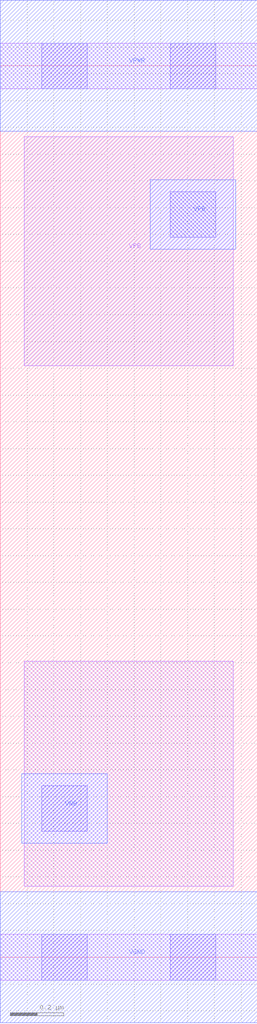
<source format=lef>
# Copyright 2020 The SkyWater PDK Authors
#
# Licensed under the Apache License, Version 2.0 (the "License");
# you may not use this file except in compliance with the License.
# You may obtain a copy of the License at
#
#     https://www.apache.org/licenses/LICENSE-2.0
#
# Unless required by applicable law or agreed to in writing, software
# distributed under the License is distributed on an "AS IS" BASIS,
# WITHOUT WARRANTIES OR CONDITIONS OF ANY KIND, either express or implied.
# See the License for the specific language governing permissions and
# limitations under the License.
#
# SPDX-License-Identifier: Apache-2.0

VERSION 5.7 ;
  NAMESCASESENSITIVE ON ;
  NOWIREEXTENSIONATPIN ON ;
  DIVIDERCHAR "/" ;
  BUSBITCHARS "[]" ;
UNITS
  DATABASE MICRONS 200 ;
END UNITS
MACRO sky130_fd_sc_ls__tapmet1_2
  CLASS CORE ;
  SOURCE USER ;
  FOREIGN sky130_fd_sc_ls__tapmet1_2 ;
  ORIGIN  0.000000  0.000000 ;
  SIZE  0.960000 BY  3.330000 ;
  SYMMETRY X Y ;
  SITE unit ;
  PIN VNB
    ANTENNADIFFAREA  0.536250 ;
    PORT
      LAYER met1 ;
        RECT 0.080000 0.425000 0.400000 0.685000 ;
    END
  END VNB
  PIN VPB
    ANTENNADIFFAREA  0.546000 ;
    PORT
      LAYER li1 ;
        RECT 0.090000 2.210000 0.870000 3.065000 ;
      LAYER mcon ;
        RECT 0.635000 2.690000 0.805000 2.860000 ;
    END
    PORT
      LAYER met1 ;
        RECT 0.560000 2.645000 0.880000 2.905000 ;
    END
  END VPB
  PIN VGND
    DIRECTION INOUT ;
    SHAPE ABUTMENT ;
    USE GROUND ;
    PORT
      LAYER met1 ;
        RECT 0.000000 -0.245000 0.960000 0.245000 ;
    END
  END VGND
  PIN VPWR
    DIRECTION INOUT ;
    SHAPE ABUTMENT ;
    USE POWER ;
    PORT
      LAYER met1 ;
        RECT 0.000000 3.085000 0.960000 3.575000 ;
    END
  END VPWR
  OBS
    LAYER li1 ;
      RECT 0.000000 -0.085000 0.960000 0.085000 ;
      RECT 0.000000  3.245000 0.960000 3.415000 ;
      RECT 0.090000  0.265000 0.870000 1.105000 ;
    LAYER mcon ;
      RECT 0.155000 -0.085000 0.325000 0.085000 ;
      RECT 0.155000  0.470000 0.325000 0.640000 ;
      RECT 0.155000  3.245000 0.325000 3.415000 ;
      RECT 0.635000 -0.085000 0.805000 0.085000 ;
      RECT 0.635000  3.245000 0.805000 3.415000 ;
  END
END sky130_fd_sc_ls__tapmet1_2

</source>
